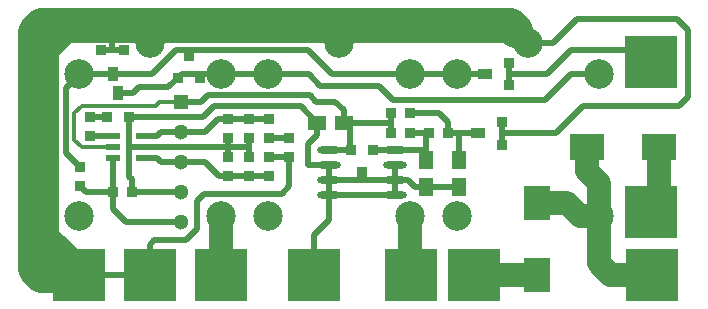
<source format=gtl>
%FSLAX42Y42*%
%MOMM*%
G71*
G01*
G75*
G04 Layer_Physical_Order=1*
G04 Layer_Color=255*
%ADD10R,0.90X0.95*%
%ADD11R,2.30X3.00*%
%ADD12R,3.00X2.30*%
%ADD13O,2.00X0.60*%
%ADD14R,0.95X0.90*%
%ADD15R,1.27X0.51*%
%ADD16R,1.50X1.25*%
%ADD17R,1.25X1.50*%
%ADD18R,1.25X0.90*%
%ADD19R,0.90X0.90*%
%ADD20R,0.90X0.90*%
%ADD21R,0.90X1.25*%
%ADD22C,3.00*%
%ADD23C,2.00*%
%ADD24C,0.50*%
%ADD25C,0.35*%
%ADD26R,4.45X4.50*%
%ADD27R,4.50X4.50*%
%ADD28C,1.30*%
%ADD29R,1.30X1.30*%
%ADD30C,2.50*%
%ADD31C,3.50*%
D10*
X3210Y-1110D02*
D03*
X3370D02*
D03*
X3210Y-938D02*
D03*
X3370D02*
D03*
X1018Y-1610D02*
D03*
X857D02*
D03*
X3533Y-1110D02*
D03*
X3692D02*
D03*
D11*
X4453Y-2310D02*
D03*
Y-1700D02*
D03*
D12*
X4872Y-1232D02*
D03*
X5483D02*
D03*
D13*
X2685Y-1633D02*
D03*
X3245Y-1252D02*
D03*
Y-1377D02*
D03*
Y-1507D02*
D03*
Y-1633D02*
D03*
X2685Y-1507D02*
D03*
Y-1377D02*
D03*
Y-1252D02*
D03*
D14*
X578Y-1400D02*
D03*
Y-1560D02*
D03*
X2008Y-1312D02*
D03*
Y-1473D02*
D03*
X1835Y-1312D02*
D03*
Y-1473D02*
D03*
Y-988D02*
D03*
Y-1148D02*
D03*
X2008Y-1148D02*
D03*
Y-988D02*
D03*
X2180Y-1312D02*
D03*
Y-1473D02*
D03*
X662Y-975D02*
D03*
Y-1135D02*
D03*
X2352Y-1312D02*
D03*
Y-1152D02*
D03*
X2180Y-988D02*
D03*
Y-1148D02*
D03*
D15*
X860Y-1230D02*
D03*
Y-1135D02*
D03*
X1115D02*
D03*
Y-1230D02*
D03*
Y-1325D02*
D03*
X860D02*
D03*
D16*
X2588Y-1023D02*
D03*
X2817D02*
D03*
D17*
X3510Y-1570D02*
D03*
Y-1340D02*
D03*
X3785Y-1570D02*
D03*
Y-1340D02*
D03*
D18*
X3947Y-1112D02*
D03*
X4005Y-610D02*
D03*
D19*
X4153Y-1018D02*
D03*
Y-1207D02*
D03*
X4210Y-705D02*
D03*
Y-515D02*
D03*
D20*
X805Y-973D02*
D03*
X995D02*
D03*
X2870Y-1252D02*
D03*
X3060D02*
D03*
X1407Y-643D02*
D03*
X1597D02*
D03*
X760Y-405D02*
D03*
X950D02*
D03*
D21*
X900Y-768D02*
D03*
X2965Y-1457D02*
D03*
X1502Y-438D02*
D03*
X855Y-610D02*
D03*
D22*
X253Y-1995D02*
X570Y-2312D01*
X195Y-2255D02*
X217Y-2277D01*
X377Y-193D02*
X4218D01*
X253Y-317D02*
X377Y-193D01*
X217Y-353D02*
X253Y-317D01*
X220Y-1962D02*
X253Y-1995D01*
Y-317D02*
Y-193D01*
Y-462D02*
Y-317D01*
Y-1995D02*
Y-462D01*
X217Y-228D02*
X253Y-193D01*
X195Y-250D02*
X217Y-228D01*
X195Y-2255D02*
Y-250D01*
X253Y-193D02*
X377D01*
X220Y-543D02*
X228Y-535D01*
X217Y-2277D02*
Y-1960D01*
X253Y-2312D02*
X570D01*
X217Y-2277D02*
X253Y-2312D01*
X4218Y-193D02*
X4265Y-240D01*
D23*
X475D02*
X4265D01*
X253Y-462D02*
X475Y-240D01*
X217Y-497D02*
X253Y-462D01*
X217Y-353D02*
Y-228D01*
Y-497D02*
Y-353D01*
X4972Y-2212D02*
Y-1810D01*
Y-2212D02*
X5070Y-2310D01*
X4815Y-1810D02*
X4972D01*
X4453Y-1700D02*
X4705D01*
X4815Y-1810D01*
X4972D02*
Y-1535D01*
X4872Y-1435D02*
Y-1232D01*
Y-1435D02*
X4972Y-1535D01*
X1773Y-2388D02*
Y-1795D01*
X3370Y-2395D02*
Y-1810D01*
X5070Y-2310D02*
X5425D01*
X3917D02*
X4453D01*
X3915Y-2308D02*
X3917Y-2310D01*
X5483Y-1712D02*
Y-1232D01*
X5417Y-1777D02*
X5483Y-1712D01*
X4265Y-240D02*
X4372Y-347D01*
D24*
X578Y-1560D02*
X628Y-1610D01*
X857D01*
X970Y-1865D02*
X1435D01*
X860Y-1608D02*
Y-1325D01*
X857Y-1752D02*
X970Y-1865D01*
X857Y-1752D02*
Y-1610D01*
X860Y-1608D01*
X995Y-1455D02*
Y-973D01*
Y-1480D02*
Y-1455D01*
Y-1480D02*
X1018Y-1502D01*
X460Y-1282D02*
Y-728D01*
Y-1282D02*
X578Y-1400D01*
X460Y-1282D02*
Y-1240D01*
X4840Y-882D02*
X5653D01*
X4612Y-1110D02*
X4840Y-882D01*
X4790Y-140D02*
X5635D01*
X4583Y-347D02*
X4790Y-140D01*
X4945D01*
X1168Y-2312D02*
Y-2055D01*
Y-2315D02*
Y-2312D01*
X1205Y-2017D02*
X1475D01*
X1168Y-2055D02*
X1205Y-2017D01*
X5653Y-882D02*
X5730Y-805D01*
Y-235D01*
X5635Y-140D02*
X5730Y-235D01*
X1475Y-2017D02*
X1568Y-1925D01*
X2352Y-1560D02*
Y-1312D01*
X1633Y-1623D02*
X2290D01*
X1568Y-1688D02*
X1633Y-1623D01*
X1568Y-1925D02*
Y-1688D01*
X1018Y-1610D02*
X1435D01*
X2685Y-1845D02*
Y-1377D01*
Y-1633D02*
X3245D01*
X2558Y-2312D02*
Y-1973D01*
X2685Y-1845D01*
Y-1507D02*
X3355D01*
X3417Y-1570D02*
X3785D01*
X2510Y-1377D02*
X2685D01*
X2588Y-1125D02*
Y-1023D01*
X2510Y-1377D02*
Y-1202D01*
X2710Y-607D02*
X3002D01*
X2510Y-407D02*
X2710Y-607D01*
X2615Y-710D02*
X3112D01*
X995Y-973D02*
X1625D01*
X1715Y-882D02*
X2448D01*
X2588Y-1023D01*
X1625Y-973D02*
X1715Y-882D01*
X3245Y-1633D02*
Y-1377D01*
X3355Y-1507D02*
X3417Y-1570D01*
X2510Y-1202D02*
X2588Y-1125D01*
X1835Y-1312D02*
Y-1148D01*
X1265Y-1230D02*
X2008D01*
X998Y-1230D02*
X1298D01*
X2008Y-1312D02*
Y-1148D01*
X1018Y-1610D02*
Y-1502D01*
X2180Y-1312D02*
X2352D01*
X570Y-2312D02*
X1168D01*
X2290Y-1623D02*
X2352Y-1560D01*
X2180Y-1148D02*
X2350D01*
X1262Y-1355D02*
X1640D01*
X1115Y-1325D02*
X1232D01*
X1758Y-1473D02*
X1835D01*
X1232Y-1325D02*
X1262Y-1355D01*
X1752Y-988D02*
X2008D01*
X1262Y-1105D02*
X1635D01*
X1115Y-1135D02*
X1232D01*
X1262Y-1105D01*
X1635D02*
X1752Y-988D01*
X1640Y-1355D02*
X1758Y-1473D01*
X1393Y-407D02*
X1504D01*
X575Y-612D02*
X1188D01*
X1327Y-722D02*
X1439Y-610D01*
X1080Y-722D02*
X1327D01*
X929Y-772D02*
X1031D01*
X1080Y-722D01*
X1439Y-610D02*
X2515D01*
X2615Y-710D01*
X1504Y-407D02*
X2510D01*
X3003Y-610D02*
X4007Y-608D01*
X759Y-405D02*
X950D01*
X852D02*
Y-280D01*
X4735Y-405D02*
X5270D01*
X4210Y-610D02*
X4530D01*
X4210Y-705D02*
Y-514D01*
X4530Y-610D02*
X4735Y-405D01*
X4738Y-610D02*
X4975D01*
X3230Y-827D02*
X4520D01*
X4738Y-610D01*
X3693Y-1111D02*
X3949D01*
X3785Y-1340D02*
Y-1113D01*
X3370Y-938D02*
X3615D01*
X3692Y-1110D02*
Y-1015D01*
X3615Y-938D02*
X3692Y-1015D01*
X3370Y-1110D02*
X3533D01*
X3510Y-1340D02*
Y-1110D01*
X3060Y-1252D02*
X3510D01*
X3210Y-1110D02*
Y-938D01*
X3208Y-1023D02*
X3210Y-1020D01*
X2817Y-1023D02*
X3208D01*
X2817D02*
X2869Y-1074D01*
X2685Y-1252D02*
X2869D01*
Y-1074D01*
X2742Y-843D02*
X2817Y-918D01*
X2008Y-988D02*
X2180D01*
X1835Y-1473D02*
X2180D01*
X460Y-728D02*
X575Y-612D01*
X1188D02*
X1393Y-407D01*
X849Y-612D02*
X853Y-608D01*
X662Y-1135D02*
X845D01*
X662Y-975D02*
X805Y-973D01*
X3112Y-710D02*
X3230Y-827D01*
X1608Y-850D02*
X1667Y-790D01*
X2817Y-1023D02*
Y-918D01*
X1667Y-790D02*
X2525D01*
X2577Y-843D02*
X2742D01*
X2525Y-790D02*
X2577Y-843D01*
X1380Y-850D02*
X1608D01*
X4153Y-1110D02*
X4612D01*
X4372Y-347D02*
X4583D01*
X4153Y-1207D02*
Y-1017D01*
D25*
X1250Y-850D02*
X1380D01*
X1220Y-880D02*
X1250Y-850D01*
X532Y-1165D02*
X597Y-1230D01*
X848D01*
X532Y-940D02*
X593Y-880D01*
X532Y-1165D02*
Y-940D01*
X593Y-880D02*
X1220D01*
D26*
X1168Y-2312D02*
D03*
X3380Y-2310D02*
D03*
X5412Y-512D02*
D03*
X1770Y-2312D02*
D03*
X2558Y-2312D02*
D03*
X3915Y-2308D02*
D03*
X5425Y-2310D02*
D03*
X5417Y-1777D02*
D03*
D27*
X572Y-2312D02*
D03*
D28*
X1435Y-1865D02*
D03*
Y-1610D02*
D03*
Y-1105D02*
D03*
Y-1355D02*
D03*
D29*
Y-850D02*
D03*
D30*
X1773Y-1810D02*
D03*
X572D02*
D03*
X1173Y-347D02*
D03*
X4972Y-1810D02*
D03*
X3772D02*
D03*
X4372Y-347D02*
D03*
X2770D02*
D03*
X2170Y-1810D02*
D03*
X3370D02*
D03*
X572Y-610D02*
D03*
X3370D02*
D03*
X3772D02*
D03*
X1773D02*
D03*
X2170D02*
D03*
X4972D02*
D03*
D31*
X1168Y-2312D02*
D03*
X5417Y-1777D02*
D03*
X2558Y-2312D02*
D03*
X5412Y-512D02*
D03*
X3915Y-2308D02*
D03*
X570Y-2312D02*
D03*
X1770Y-2312D02*
D03*
X5425Y-2310D02*
D03*
X3380Y-2310D02*
D03*
M02*

</source>
